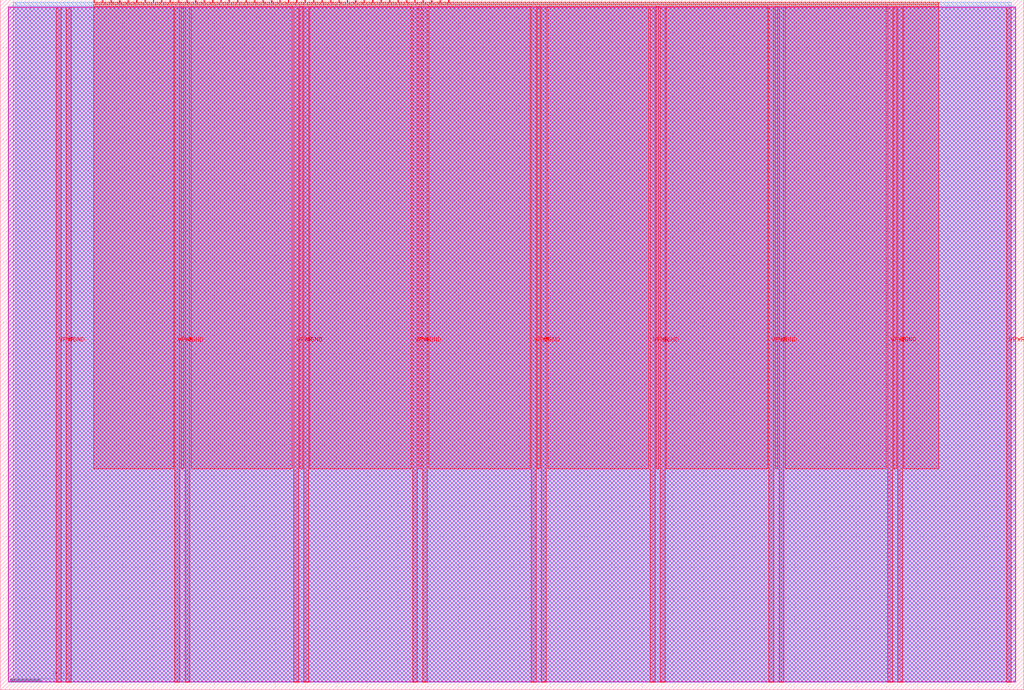
<source format=lef>
VERSION 5.7 ;
  NOWIREEXTENSIONATPIN ON ;
  DIVIDERCHAR "/" ;
  BUSBITCHARS "[]" ;
MACRO tt_um_space_invaders_game
  CLASS BLOCK ;
  FOREIGN tt_um_space_invaders_game ;
  ORIGIN 0.000 0.000 ;
  SIZE 334.880 BY 225.760 ;
  PIN VGND
    DIRECTION INOUT ;
    USE GROUND ;
    PORT
      LAYER met4 ;
        RECT 21.580 2.480 23.180 223.280 ;
    END
    PORT
      LAYER met4 ;
        RECT 60.450 2.480 62.050 223.280 ;
    END
    PORT
      LAYER met4 ;
        RECT 99.320 2.480 100.920 223.280 ;
    END
    PORT
      LAYER met4 ;
        RECT 138.190 2.480 139.790 223.280 ;
    END
    PORT
      LAYER met4 ;
        RECT 177.060 2.480 178.660 223.280 ;
    END
    PORT
      LAYER met4 ;
        RECT 215.930 2.480 217.530 223.280 ;
    END
    PORT
      LAYER met4 ;
        RECT 254.800 2.480 256.400 223.280 ;
    END
    PORT
      LAYER met4 ;
        RECT 293.670 2.480 295.270 223.280 ;
    END
  END VGND
  PIN VPWR
    DIRECTION INOUT ;
    USE POWER ;
    PORT
      LAYER met4 ;
        RECT 18.280 2.480 19.880 223.280 ;
    END
    PORT
      LAYER met4 ;
        RECT 57.150 2.480 58.750 223.280 ;
    END
    PORT
      LAYER met4 ;
        RECT 96.020 2.480 97.620 223.280 ;
    END
    PORT
      LAYER met4 ;
        RECT 134.890 2.480 136.490 223.280 ;
    END
    PORT
      LAYER met4 ;
        RECT 173.760 2.480 175.360 223.280 ;
    END
    PORT
      LAYER met4 ;
        RECT 212.630 2.480 214.230 223.280 ;
    END
    PORT
      LAYER met4 ;
        RECT 251.500 2.480 253.100 223.280 ;
    END
    PORT
      LAYER met4 ;
        RECT 290.370 2.480 291.970 223.280 ;
    END
    PORT
      LAYER met4 ;
        RECT 329.240 2.480 330.840 223.280 ;
    END
  END VPWR
  PIN clk
    DIRECTION INPUT ;
    USE SIGNAL ;
    ANTENNAGATEAREA 0.852000 ;
    PORT
      LAYER met4 ;
        RECT 143.830 224.760 144.130 225.760 ;
    END
  END clk
  PIN ena
    DIRECTION INPUT ;
    USE SIGNAL ;
    PORT
      LAYER met4 ;
        RECT 146.590 224.760 146.890 225.760 ;
    END
  END ena
  PIN rst_n
    DIRECTION INPUT ;
    USE SIGNAL ;
    ANTENNAGATEAREA 0.196500 ;
    PORT
      LAYER met4 ;
        RECT 141.070 224.760 141.370 225.760 ;
    END
  END rst_n
  PIN ui_in[0]
    DIRECTION INPUT ;
    USE SIGNAL ;
    ANTENNAGATEAREA 0.196500 ;
    PORT
      LAYER met4 ;
        RECT 138.310 224.760 138.610 225.760 ;
    END
  END ui_in[0]
  PIN ui_in[1]
    DIRECTION INPUT ;
    USE SIGNAL ;
    ANTENNAGATEAREA 0.196500 ;
    PORT
      LAYER met4 ;
        RECT 135.550 224.760 135.850 225.760 ;
    END
  END ui_in[1]
  PIN ui_in[2]
    DIRECTION INPUT ;
    USE SIGNAL ;
    ANTENNAGATEAREA 0.213000 ;
    PORT
      LAYER met4 ;
        RECT 132.790 224.760 133.090 225.760 ;
    END
  END ui_in[2]
  PIN ui_in[3]
    DIRECTION INPUT ;
    USE SIGNAL ;
    PORT
      LAYER met4 ;
        RECT 130.030 224.760 130.330 225.760 ;
    END
  END ui_in[3]
  PIN ui_in[4]
    DIRECTION INPUT ;
    USE SIGNAL ;
    PORT
      LAYER met4 ;
        RECT 127.270 224.760 127.570 225.760 ;
    END
  END ui_in[4]
  PIN ui_in[5]
    DIRECTION INPUT ;
    USE SIGNAL ;
    PORT
      LAYER met4 ;
        RECT 124.510 224.760 124.810 225.760 ;
    END
  END ui_in[5]
  PIN ui_in[6]
    DIRECTION INPUT ;
    USE SIGNAL ;
    PORT
      LAYER met4 ;
        RECT 121.750 224.760 122.050 225.760 ;
    END
  END ui_in[6]
  PIN ui_in[7]
    DIRECTION INPUT ;
    USE SIGNAL ;
    PORT
      LAYER met4 ;
        RECT 118.990 224.760 119.290 225.760 ;
    END
  END ui_in[7]
  PIN uio_in[0]
    DIRECTION INPUT ;
    USE SIGNAL ;
    PORT
      LAYER met4 ;
        RECT 116.230 224.760 116.530 225.760 ;
    END
  END uio_in[0]
  PIN uio_in[1]
    DIRECTION INPUT ;
    USE SIGNAL ;
    PORT
      LAYER met4 ;
        RECT 113.470 224.760 113.770 225.760 ;
    END
  END uio_in[1]
  PIN uio_in[2]
    DIRECTION INPUT ;
    USE SIGNAL ;
    PORT
      LAYER met4 ;
        RECT 110.710 224.760 111.010 225.760 ;
    END
  END uio_in[2]
  PIN uio_in[3]
    DIRECTION INPUT ;
    USE SIGNAL ;
    PORT
      LAYER met4 ;
        RECT 107.950 224.760 108.250 225.760 ;
    END
  END uio_in[3]
  PIN uio_in[4]
    DIRECTION INPUT ;
    USE SIGNAL ;
    PORT
      LAYER met4 ;
        RECT 105.190 224.760 105.490 225.760 ;
    END
  END uio_in[4]
  PIN uio_in[5]
    DIRECTION INPUT ;
    USE SIGNAL ;
    PORT
      LAYER met4 ;
        RECT 102.430 224.760 102.730 225.760 ;
    END
  END uio_in[5]
  PIN uio_in[6]
    DIRECTION INPUT ;
    USE SIGNAL ;
    PORT
      LAYER met4 ;
        RECT 99.670 224.760 99.970 225.760 ;
    END
  END uio_in[6]
  PIN uio_in[7]
    DIRECTION INPUT ;
    USE SIGNAL ;
    PORT
      LAYER met4 ;
        RECT 96.910 224.760 97.210 225.760 ;
    END
  END uio_in[7]
  PIN uio_oe[0]
    DIRECTION OUTPUT ;
    USE SIGNAL ;
    PORT
      LAYER met4 ;
        RECT 49.990 224.760 50.290 225.760 ;
    END
  END uio_oe[0]
  PIN uio_oe[1]
    DIRECTION OUTPUT ;
    USE SIGNAL ;
    PORT
      LAYER met4 ;
        RECT 47.230 224.760 47.530 225.760 ;
    END
  END uio_oe[1]
  PIN uio_oe[2]
    DIRECTION OUTPUT ;
    USE SIGNAL ;
    PORT
      LAYER met4 ;
        RECT 44.470 224.760 44.770 225.760 ;
    END
  END uio_oe[2]
  PIN uio_oe[3]
    DIRECTION OUTPUT ;
    USE SIGNAL ;
    PORT
      LAYER met4 ;
        RECT 41.710 224.760 42.010 225.760 ;
    END
  END uio_oe[3]
  PIN uio_oe[4]
    DIRECTION OUTPUT ;
    USE SIGNAL ;
    PORT
      LAYER met4 ;
        RECT 38.950 224.760 39.250 225.760 ;
    END
  END uio_oe[4]
  PIN uio_oe[5]
    DIRECTION OUTPUT ;
    USE SIGNAL ;
    PORT
      LAYER met4 ;
        RECT 36.190 224.760 36.490 225.760 ;
    END
  END uio_oe[5]
  PIN uio_oe[6]
    DIRECTION OUTPUT ;
    USE SIGNAL ;
    PORT
      LAYER met4 ;
        RECT 33.430 224.760 33.730 225.760 ;
    END
  END uio_oe[6]
  PIN uio_oe[7]
    DIRECTION OUTPUT ;
    USE SIGNAL ;
    PORT
      LAYER met4 ;
        RECT 30.670 224.760 30.970 225.760 ;
    END
  END uio_oe[7]
  PIN uio_out[0]
    DIRECTION OUTPUT ;
    USE SIGNAL ;
    PORT
      LAYER met4 ;
        RECT 72.070 224.760 72.370 225.760 ;
    END
  END uio_out[0]
  PIN uio_out[1]
    DIRECTION OUTPUT ;
    USE SIGNAL ;
    PORT
      LAYER met4 ;
        RECT 69.310 224.760 69.610 225.760 ;
    END
  END uio_out[1]
  PIN uio_out[2]
    DIRECTION OUTPUT ;
    USE SIGNAL ;
    PORT
      LAYER met4 ;
        RECT 66.550 224.760 66.850 225.760 ;
    END
  END uio_out[2]
  PIN uio_out[3]
    DIRECTION OUTPUT ;
    USE SIGNAL ;
    PORT
      LAYER met4 ;
        RECT 63.790 224.760 64.090 225.760 ;
    END
  END uio_out[3]
  PIN uio_out[4]
    DIRECTION OUTPUT ;
    USE SIGNAL ;
    PORT
      LAYER met4 ;
        RECT 61.030 224.760 61.330 225.760 ;
    END
  END uio_out[4]
  PIN uio_out[5]
    DIRECTION OUTPUT ;
    USE SIGNAL ;
    PORT
      LAYER met4 ;
        RECT 58.270 224.760 58.570 225.760 ;
    END
  END uio_out[5]
  PIN uio_out[6]
    DIRECTION OUTPUT ;
    USE SIGNAL ;
    PORT
      LAYER met4 ;
        RECT 55.510 224.760 55.810 225.760 ;
    END
  END uio_out[6]
  PIN uio_out[7]
    DIRECTION OUTPUT ;
    USE SIGNAL ;
    PORT
      LAYER met4 ;
        RECT 52.750 224.760 53.050 225.760 ;
    END
  END uio_out[7]
  PIN uo_out[0]
    DIRECTION OUTPUT ;
    USE SIGNAL ;
    ANTENNADIFFAREA 0.445500 ;
    PORT
      LAYER met4 ;
        RECT 94.150 224.760 94.450 225.760 ;
    END
  END uo_out[0]
  PIN uo_out[1]
    DIRECTION OUTPUT ;
    USE SIGNAL ;
    ANTENNADIFFAREA 0.445500 ;
    PORT
      LAYER met4 ;
        RECT 91.390 224.760 91.690 225.760 ;
    END
  END uo_out[1]
  PIN uo_out[2]
    DIRECTION OUTPUT ;
    USE SIGNAL ;
    ANTENNADIFFAREA 0.445500 ;
    PORT
      LAYER met4 ;
        RECT 88.630 224.760 88.930 225.760 ;
    END
  END uo_out[2]
  PIN uo_out[3]
    DIRECTION OUTPUT ;
    USE SIGNAL ;
    ANTENNADIFFAREA 0.445500 ;
    PORT
      LAYER met4 ;
        RECT 85.870 224.760 86.170 225.760 ;
    END
  END uo_out[3]
  PIN uo_out[4]
    DIRECTION OUTPUT ;
    USE SIGNAL ;
    ANTENNADIFFAREA 0.445500 ;
    PORT
      LAYER met4 ;
        RECT 83.110 224.760 83.410 225.760 ;
    END
  END uo_out[4]
  PIN uo_out[5]
    DIRECTION OUTPUT ;
    USE SIGNAL ;
    ANTENNADIFFAREA 0.445500 ;
    PORT
      LAYER met4 ;
        RECT 80.350 224.760 80.650 225.760 ;
    END
  END uo_out[5]
  PIN uo_out[6]
    DIRECTION OUTPUT ;
    USE SIGNAL ;
    ANTENNADIFFAREA 0.445500 ;
    PORT
      LAYER met4 ;
        RECT 77.590 224.760 77.890 225.760 ;
    END
  END uo_out[6]
  PIN uo_out[7]
    DIRECTION OUTPUT ;
    USE SIGNAL ;
    ANTENNADIFFAREA 0.445500 ;
    PORT
      LAYER met4 ;
        RECT 74.830 224.760 75.130 225.760 ;
    END
  END uo_out[7]
  OBS
      LAYER nwell ;
        RECT 2.570 2.635 332.310 223.230 ;
      LAYER li1 ;
        RECT 2.760 2.635 332.120 223.125 ;
      LAYER met1 ;
        RECT 2.760 2.480 332.120 223.680 ;
      LAYER met2 ;
        RECT 4.240 2.535 330.810 224.925 ;
      LAYER met3 ;
        RECT 5.125 2.555 330.830 224.905 ;
      LAYER met4 ;
        RECT 31.370 224.360 33.030 224.905 ;
        RECT 34.130 224.360 35.790 224.905 ;
        RECT 36.890 224.360 38.550 224.905 ;
        RECT 39.650 224.360 41.310 224.905 ;
        RECT 42.410 224.360 44.070 224.905 ;
        RECT 45.170 224.360 46.830 224.905 ;
        RECT 47.930 224.360 49.590 224.905 ;
        RECT 50.690 224.360 52.350 224.905 ;
        RECT 53.450 224.360 55.110 224.905 ;
        RECT 56.210 224.360 57.870 224.905 ;
        RECT 58.970 224.360 60.630 224.905 ;
        RECT 61.730 224.360 63.390 224.905 ;
        RECT 64.490 224.360 66.150 224.905 ;
        RECT 67.250 224.360 68.910 224.905 ;
        RECT 70.010 224.360 71.670 224.905 ;
        RECT 72.770 224.360 74.430 224.905 ;
        RECT 75.530 224.360 77.190 224.905 ;
        RECT 78.290 224.360 79.950 224.905 ;
        RECT 81.050 224.360 82.710 224.905 ;
        RECT 83.810 224.360 85.470 224.905 ;
        RECT 86.570 224.360 88.230 224.905 ;
        RECT 89.330 224.360 90.990 224.905 ;
        RECT 92.090 224.360 93.750 224.905 ;
        RECT 94.850 224.360 96.510 224.905 ;
        RECT 97.610 224.360 99.270 224.905 ;
        RECT 100.370 224.360 102.030 224.905 ;
        RECT 103.130 224.360 104.790 224.905 ;
        RECT 105.890 224.360 107.550 224.905 ;
        RECT 108.650 224.360 110.310 224.905 ;
        RECT 111.410 224.360 113.070 224.905 ;
        RECT 114.170 224.360 115.830 224.905 ;
        RECT 116.930 224.360 118.590 224.905 ;
        RECT 119.690 224.360 121.350 224.905 ;
        RECT 122.450 224.360 124.110 224.905 ;
        RECT 125.210 224.360 126.870 224.905 ;
        RECT 127.970 224.360 129.630 224.905 ;
        RECT 130.730 224.360 132.390 224.905 ;
        RECT 133.490 224.360 135.150 224.905 ;
        RECT 136.250 224.360 137.910 224.905 ;
        RECT 139.010 224.360 140.670 224.905 ;
        RECT 141.770 224.360 143.430 224.905 ;
        RECT 144.530 224.360 146.190 224.905 ;
        RECT 147.290 224.360 306.985 224.905 ;
        RECT 30.655 223.680 306.985 224.360 ;
        RECT 30.655 72.255 56.750 223.680 ;
        RECT 59.150 72.255 60.050 223.680 ;
        RECT 62.450 72.255 95.620 223.680 ;
        RECT 98.020 72.255 98.920 223.680 ;
        RECT 101.320 72.255 134.490 223.680 ;
        RECT 136.890 72.255 137.790 223.680 ;
        RECT 140.190 72.255 173.360 223.680 ;
        RECT 175.760 72.255 176.660 223.680 ;
        RECT 179.060 72.255 212.230 223.680 ;
        RECT 214.630 72.255 215.530 223.680 ;
        RECT 217.930 72.255 251.100 223.680 ;
        RECT 253.500 72.255 254.400 223.680 ;
        RECT 256.800 72.255 289.970 223.680 ;
        RECT 292.370 72.255 293.270 223.680 ;
        RECT 295.670 72.255 306.985 223.680 ;
  END
END tt_um_space_invaders_game
END LIBRARY


</source>
